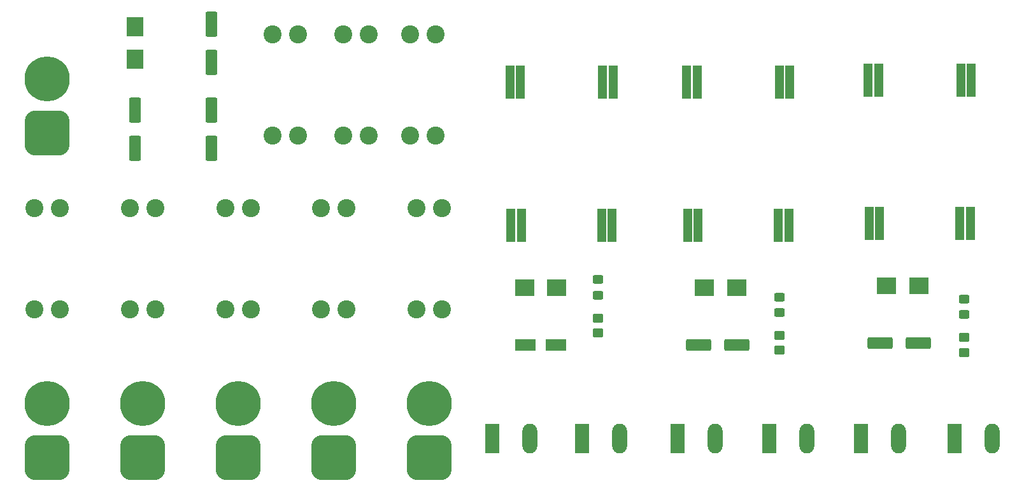
<source format=gbr>
G04 #@! TF.GenerationSoftware,KiCad,Pcbnew,6.0.2-378541a8eb~116~ubuntu18.04.1*
G04 #@! TF.CreationDate,2022-02-21T15:42:04+08:00*
G04 #@! TF.ProjectId,XT60_CAN,58543630-5f43-4414-9e2e-6b696361645f,rev?*
G04 #@! TF.SameCoordinates,Original*
G04 #@! TF.FileFunction,Soldermask,Top*
G04 #@! TF.FilePolarity,Negative*
%FSLAX46Y46*%
G04 Gerber Fmt 4.6, Leading zero omitted, Abs format (unit mm)*
G04 Created by KiCad (PCBNEW 6.0.2-378541a8eb~116~ubuntu18.04.1) date 2022-02-21 15:42:04*
%MOMM*%
%LPD*%
G01*
G04 APERTURE LIST*
G04 Aperture macros list*
%AMRoundRect*
0 Rectangle with rounded corners*
0 $1 Rounding radius*
0 $2 $3 $4 $5 $6 $7 $8 $9 X,Y pos of 4 corners*
0 Add a 4 corners polygon primitive as box body*
4,1,4,$2,$3,$4,$5,$6,$7,$8,$9,$2,$3,0*
0 Add four circle primitives for the rounded corners*
1,1,$1+$1,$2,$3*
1,1,$1+$1,$4,$5*
1,1,$1+$1,$6,$7*
1,1,$1+$1,$8,$9*
0 Add four rect primitives between the rounded corners*
20,1,$1+$1,$2,$3,$4,$5,0*
20,1,$1+$1,$4,$5,$6,$7,0*
20,1,$1+$1,$6,$7,$8,$9,0*
20,1,$1+$1,$8,$9,$2,$3,0*%
G04 Aperture macros list end*
%ADD10RoundRect,0.250000X-0.550000X1.412500X-0.550000X-1.412500X0.550000X-1.412500X0.550000X1.412500X0*%
%ADD11RoundRect,0.250000X0.550000X-1.412500X0.550000X1.412500X-0.550000X1.412500X-0.550000X-1.412500X0*%
%ADD12RoundRect,0.250000X-1.412500X-0.550000X1.412500X-0.550000X1.412500X0.550000X-1.412500X0.550000X0*%
%ADD13R,1.308000X4.500000*%
%ADD14R,2.500000X2.300000*%
%ADD15R,2.300000X2.500000*%
%ADD16R,1.980000X3.960000*%
%ADD17O,1.980000X3.960000*%
%ADD18RoundRect,0.250000X-0.450000X0.325000X-0.450000X-0.325000X0.450000X-0.325000X0.450000X0.325000X0*%
%ADD19RoundRect,1.500000X1.500000X-1.500000X1.500000X1.500000X-1.500000X1.500000X-1.500000X-1.500000X0*%
%ADD20C,6.000000*%
%ADD21C,2.400000*%
%ADD22RoundRect,0.250000X0.450000X-0.350000X0.450000X0.350000X-0.450000X0.350000X-0.450000X-0.350000X0*%
%ADD23RoundRect,0.250000X-1.137500X-0.550000X1.137500X-0.550000X1.137500X0.550000X-1.137500X0.550000X0*%
G04 APERTURE END LIST*
D10*
X87886500Y-37594500D03*
X87886500Y-42669500D03*
D11*
X87886500Y-31239500D03*
X87886500Y-26164500D03*
D12*
X152656500Y-68834000D03*
X157731500Y-68834000D03*
D13*
X175235250Y-33680000D03*
X187551250Y-33680000D03*
X176635250Y-33680000D03*
X188951250Y-33680000D03*
X175359250Y-52680000D03*
X187427250Y-52680000D03*
X176759250Y-52680000D03*
X188827250Y-52680000D03*
D14*
X181982000Y-60960000D03*
X177682000Y-60960000D03*
D13*
X151105250Y-33934000D03*
X163421250Y-33934000D03*
X152505250Y-33934000D03*
X164821250Y-33934000D03*
X151229250Y-52934000D03*
X163297250Y-52934000D03*
X152629250Y-52934000D03*
X164697250Y-52934000D03*
D15*
X77726500Y-26552000D03*
X77726500Y-30852000D03*
D14*
X157734000Y-61214000D03*
X153434000Y-61214000D03*
D16*
X125251000Y-81280000D03*
D17*
X130251000Y-81280000D03*
D18*
X139310000Y-60180250D03*
X139310000Y-62230250D03*
D14*
X133840000Y-61205250D03*
X129540000Y-61205250D03*
D16*
X162081000Y-81280000D03*
D17*
X167081000Y-81280000D03*
D12*
X176786500Y-68580000D03*
X181861500Y-68580000D03*
D19*
X104142500Y-83864000D03*
D20*
X104142500Y-76664000D03*
D10*
X77726500Y-37594500D03*
X77726500Y-42669500D03*
D18*
X187957500Y-62745000D03*
X187957500Y-64795000D03*
D19*
X91442500Y-83864000D03*
D20*
X91442500Y-76664000D03*
D18*
X163455500Y-62475000D03*
X163455500Y-64525000D03*
D21*
X99412000Y-27555000D03*
X96012000Y-27555000D03*
X96012000Y-41025000D03*
X99412000Y-41025000D03*
X115142500Y-64139000D03*
X118542500Y-64139000D03*
X115142500Y-50669000D03*
X118542500Y-50669000D03*
D22*
X187957500Y-69850000D03*
X187957500Y-67850000D03*
X139310000Y-67285250D03*
X139310000Y-65285250D03*
D16*
X174244000Y-81280000D03*
D17*
X179244000Y-81280000D03*
D22*
X163455500Y-69580000D03*
X163455500Y-67580000D03*
D13*
X127601250Y-33925250D03*
X139917250Y-33925250D03*
X129001250Y-33925250D03*
X141317250Y-33925250D03*
X127725250Y-52925250D03*
X139793250Y-52925250D03*
X129125250Y-52925250D03*
X141193250Y-52925250D03*
D16*
X186719000Y-81280000D03*
D17*
X191719000Y-81280000D03*
D21*
X108810000Y-27555000D03*
X105410000Y-27555000D03*
X108810000Y-41025000D03*
X105410000Y-41025000D03*
X105842500Y-64139000D03*
X102442500Y-64139000D03*
X105842500Y-50669000D03*
X102442500Y-50669000D03*
X77042500Y-64139000D03*
X80442500Y-64139000D03*
X80442500Y-50669000D03*
X77042500Y-50669000D03*
D23*
X129627500Y-68825250D03*
X133752500Y-68825250D03*
D19*
X66042500Y-40640000D03*
D20*
X66042500Y-33440000D03*
D21*
X64342500Y-64139000D03*
X67742500Y-64139000D03*
X64342500Y-50669000D03*
X67742500Y-50669000D03*
D19*
X116842500Y-83864000D03*
D20*
X116842500Y-76664000D03*
D19*
X66042500Y-83864000D03*
D20*
X66042500Y-76664000D03*
D16*
X149889000Y-81280000D03*
D17*
X154889000Y-81280000D03*
D16*
X137189000Y-81280000D03*
D17*
X142189000Y-81280000D03*
D19*
X78742500Y-83864000D03*
D20*
X78742500Y-76664000D03*
D21*
X89742500Y-64139000D03*
X93142500Y-64139000D03*
X89742500Y-50669000D03*
X93142500Y-50669000D03*
X114300000Y-27555000D03*
X117700000Y-27555000D03*
X114300000Y-41025000D03*
X117700000Y-41025000D03*
M02*

</source>
